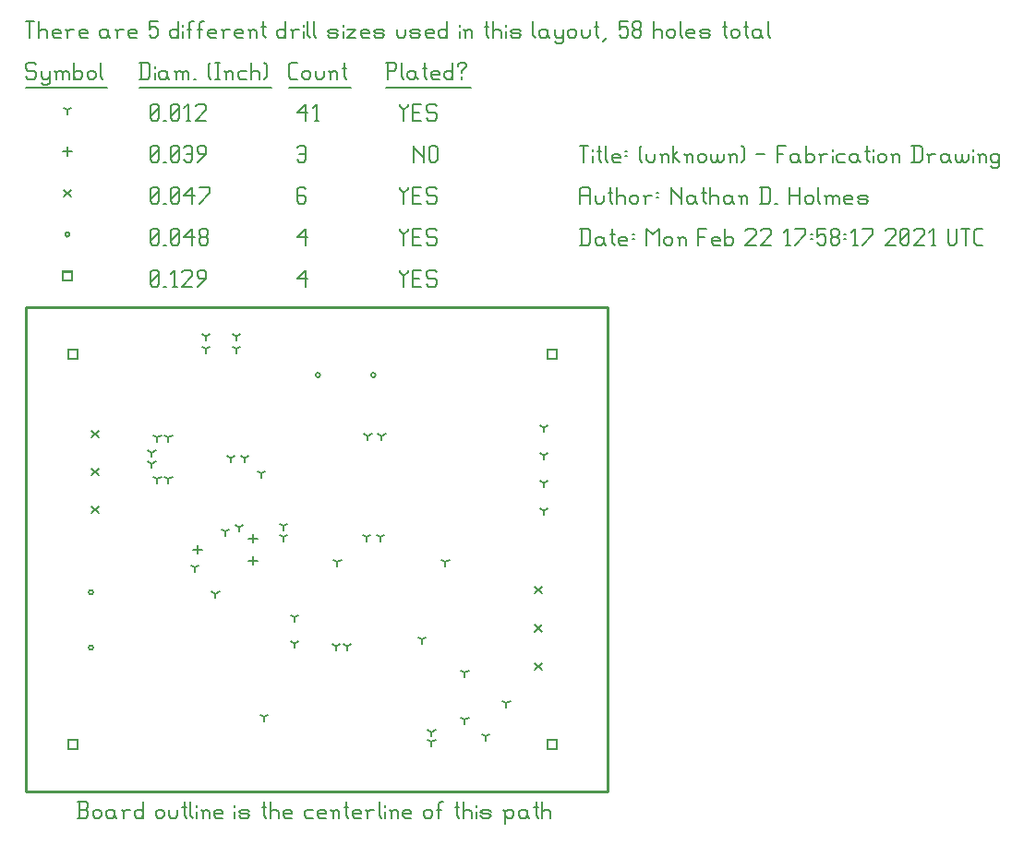
<source format=gbr>
G04 start of page 13 for group -3984 idx -3984 *
G04 Title: (unknown), fab *
G04 Creator: pcb 4.0.2 *
G04 CreationDate: Mon Feb 22 17:58:17 2021 UTC *
G04 For: ndholmes *
G04 Format: Gerber/RS-274X *
G04 PCB-Dimensions (mil): 2100.00 1750.00 *
G04 PCB-Coordinate-Origin: lower left *
%MOIN*%
%FSLAX25Y25*%
%LNFAB*%
%ADD57C,0.0100*%
%ADD56C,0.0060*%
%ADD55R,0.0080X0.0080*%
G54D55*X15400Y18600D02*X18600D01*
X15400D02*Y15400D01*
X18600D01*
Y18600D02*Y15400D01*
X188400Y159600D02*X191600D01*
X188400D02*Y156400D01*
X191600D01*
Y159600D02*Y156400D01*
X188400Y18600D02*X191600D01*
X188400D02*Y15400D01*
X191600D01*
Y18600D02*Y15400D01*
X15400Y159600D02*X18600D01*
X15400D02*Y156400D01*
X18600D01*
Y159600D02*Y156400D01*
X13400Y187850D02*X16600D01*
X13400D02*Y184650D01*
X16600D01*
Y187850D02*Y184650D01*
G54D56*X135000Y188500D02*Y187750D01*
X136500Y186250D01*
X138000Y187750D01*
Y188500D02*Y187750D01*
X136500Y186250D02*Y182500D01*
X139800Y185500D02*X142050D01*
X139800Y182500D02*X142800D01*
X139800Y188500D02*Y182500D01*
Y188500D02*X142800D01*
X147600D02*X148350Y187750D01*
X145350Y188500D02*X147600D01*
X144600Y187750D02*X145350Y188500D01*
X144600Y187750D02*Y186250D01*
X145350Y185500D01*
X147600D01*
X148350Y184750D01*
Y183250D01*
X147600Y182500D02*X148350Y183250D01*
X145350Y182500D02*X147600D01*
X144600Y183250D02*X145350Y182500D01*
X98000Y185500D02*X101000Y188500D01*
X98000Y185500D02*X101750D01*
X101000Y188500D02*Y182500D01*
X45000Y183250D02*X45750Y182500D01*
X45000Y187750D02*Y183250D01*
Y187750D02*X45750Y188500D01*
X47250D01*
X48000Y187750D01*
Y183250D01*
X47250Y182500D02*X48000Y183250D01*
X45750Y182500D02*X47250D01*
X45000Y184000D02*X48000Y187000D01*
X49800Y182500D02*X50550D01*
X53100D02*X54600D01*
X53850Y188500D02*Y182500D01*
X52350Y187000D02*X53850Y188500D01*
X56400Y187750D02*X57150Y188500D01*
X59400D01*
X60150Y187750D01*
Y186250D01*
X56400Y182500D02*X60150Y186250D01*
X56400Y182500D02*X60150D01*
X61950D02*X64950Y185500D01*
Y187750D02*Y185500D01*
X64200Y188500D02*X64950Y187750D01*
X62700Y188500D02*X64200D01*
X61950Y187750D02*X62700Y188500D01*
X61950Y187750D02*Y186250D01*
X62700Y185500D01*
X64950D01*
X124700Y150500D02*G75*G03X126300Y150500I800J0D01*G01*
G75*G03X124700Y150500I-800J0D01*G01*
X104700D02*G75*G03X106300Y150500I800J0D01*G01*
G75*G03X104700Y150500I-800J0D01*G01*
X22700Y72052D02*G75*G03X24300Y72052I800J0D01*G01*
G75*G03X22700Y72052I-800J0D01*G01*
Y52052D02*G75*G03X24300Y52052I800J0D01*G01*
G75*G03X22700Y52052I-800J0D01*G01*
X14200Y201250D02*G75*G03X15800Y201250I800J0D01*G01*
G75*G03X14200Y201250I-800J0D01*G01*
X135000Y203500D02*Y202750D01*
X136500Y201250D01*
X138000Y202750D01*
Y203500D02*Y202750D01*
X136500Y201250D02*Y197500D01*
X139800Y200500D02*X142050D01*
X139800Y197500D02*X142800D01*
X139800Y203500D02*Y197500D01*
Y203500D02*X142800D01*
X147600D02*X148350Y202750D01*
X145350Y203500D02*X147600D01*
X144600Y202750D02*X145350Y203500D01*
X144600Y202750D02*Y201250D01*
X145350Y200500D01*
X147600D01*
X148350Y199750D01*
Y198250D01*
X147600Y197500D02*X148350Y198250D01*
X145350Y197500D02*X147600D01*
X144600Y198250D02*X145350Y197500D01*
X98000Y200500D02*X101000Y203500D01*
X98000Y200500D02*X101750D01*
X101000Y203500D02*Y197500D01*
X45000Y198250D02*X45750Y197500D01*
X45000Y202750D02*Y198250D01*
Y202750D02*X45750Y203500D01*
X47250D01*
X48000Y202750D01*
Y198250D01*
X47250Y197500D02*X48000Y198250D01*
X45750Y197500D02*X47250D01*
X45000Y199000D02*X48000Y202000D01*
X49800Y197500D02*X50550D01*
X52350Y198250D02*X53100Y197500D01*
X52350Y202750D02*Y198250D01*
Y202750D02*X53100Y203500D01*
X54600D01*
X55350Y202750D01*
Y198250D01*
X54600Y197500D02*X55350Y198250D01*
X53100Y197500D02*X54600D01*
X52350Y199000D02*X55350Y202000D01*
X57150Y200500D02*X60150Y203500D01*
X57150Y200500D02*X60900D01*
X60150Y203500D02*Y197500D01*
X62700Y198250D02*X63450Y197500D01*
X62700Y199750D02*Y198250D01*
Y199750D02*X63450Y200500D01*
X64950D01*
X65700Y199750D01*
Y198250D01*
X64950Y197500D02*X65700Y198250D01*
X63450Y197500D02*X64950D01*
X62700Y201250D02*X63450Y200500D01*
X62700Y202750D02*Y201250D01*
Y202750D02*X63450Y203500D01*
X64950D01*
X65700Y202750D01*
Y201250D01*
X64950Y200500D02*X65700Y201250D01*
X23800Y130480D02*X26200Y128080D01*
X23800D02*X26200Y130480D01*
X23800Y116700D02*X26200Y114300D01*
X23800D02*X26200Y116700D01*
X23800Y102921D02*X26200Y100521D01*
X23800D02*X26200Y102921D01*
X183800Y73980D02*X186200Y71580D01*
X183800D02*X186200Y73980D01*
X183800Y60200D02*X186200Y57800D01*
X183800D02*X186200Y60200D01*
X183800Y46421D02*X186200Y44021D01*
X183800D02*X186200Y46421D01*
X13800Y217450D02*X16200Y215050D01*
X13800D02*X16200Y217450D01*
X135000Y218500D02*Y217750D01*
X136500Y216250D01*
X138000Y217750D01*
Y218500D02*Y217750D01*
X136500Y216250D02*Y212500D01*
X139800Y215500D02*X142050D01*
X139800Y212500D02*X142800D01*
X139800Y218500D02*Y212500D01*
Y218500D02*X142800D01*
X147600D02*X148350Y217750D01*
X145350Y218500D02*X147600D01*
X144600Y217750D02*X145350Y218500D01*
X144600Y217750D02*Y216250D01*
X145350Y215500D01*
X147600D01*
X148350Y214750D01*
Y213250D01*
X147600Y212500D02*X148350Y213250D01*
X145350Y212500D02*X147600D01*
X144600Y213250D02*X145350Y212500D01*
X100250Y218500D02*X101000Y217750D01*
X98750Y218500D02*X100250D01*
X98000Y217750D02*X98750Y218500D01*
X98000Y217750D02*Y213250D01*
X98750Y212500D01*
X100250Y215500D02*X101000Y214750D01*
X98000Y215500D02*X100250D01*
X98750Y212500D02*X100250D01*
X101000Y213250D01*
Y214750D02*Y213250D01*
X45000D02*X45750Y212500D01*
X45000Y217750D02*Y213250D01*
Y217750D02*X45750Y218500D01*
X47250D01*
X48000Y217750D01*
Y213250D01*
X47250Y212500D02*X48000Y213250D01*
X45750Y212500D02*X47250D01*
X45000Y214000D02*X48000Y217000D01*
X49800Y212500D02*X50550D01*
X52350Y213250D02*X53100Y212500D01*
X52350Y217750D02*Y213250D01*
Y217750D02*X53100Y218500D01*
X54600D01*
X55350Y217750D01*
Y213250D01*
X54600Y212500D02*X55350Y213250D01*
X53100Y212500D02*X54600D01*
X52350Y214000D02*X55350Y217000D01*
X57150Y215500D02*X60150Y218500D01*
X57150Y215500D02*X60900D01*
X60150Y218500D02*Y212500D01*
X62700D02*X66450Y216250D01*
Y218500D02*Y216250D01*
X62700Y218500D02*X66450D01*
X62000Y89100D02*Y85900D01*
X60400Y87500D02*X63600D01*
X82000Y93100D02*Y89900D01*
X80400Y91500D02*X83600D01*
X82000Y85100D02*Y81900D01*
X80400Y83500D02*X83600D01*
X15000Y232850D02*Y229650D01*
X13400Y231250D02*X16600D01*
X140000Y233500D02*Y227500D01*
Y233500D02*Y232750D01*
X143750Y229000D01*
Y233500D02*Y227500D01*
X145550Y232750D02*Y228250D01*
Y232750D02*X146300Y233500D01*
X147800D01*
X148550Y232750D01*
Y228250D01*
X147800Y227500D02*X148550Y228250D01*
X146300Y227500D02*X147800D01*
X145550Y228250D02*X146300Y227500D01*
X98000Y232750D02*X98750Y233500D01*
X100250D01*
X101000Y232750D01*
Y228250D01*
X100250Y227500D02*X101000Y228250D01*
X98750Y227500D02*X100250D01*
X98000Y228250D02*X98750Y227500D01*
Y230500D02*X101000D01*
X45000Y228250D02*X45750Y227500D01*
X45000Y232750D02*Y228250D01*
Y232750D02*X45750Y233500D01*
X47250D01*
X48000Y232750D01*
Y228250D01*
X47250Y227500D02*X48000Y228250D01*
X45750Y227500D02*X47250D01*
X45000Y229000D02*X48000Y232000D01*
X49800Y227500D02*X50550D01*
X52350Y228250D02*X53100Y227500D01*
X52350Y232750D02*Y228250D01*
Y232750D02*X53100Y233500D01*
X54600D01*
X55350Y232750D01*
Y228250D01*
X54600Y227500D02*X55350Y228250D01*
X53100Y227500D02*X54600D01*
X52350Y229000D02*X55350Y232000D01*
X57150Y232750D02*X57900Y233500D01*
X59400D01*
X60150Y232750D01*
Y228250D01*
X59400Y227500D02*X60150Y228250D01*
X57900Y227500D02*X59400D01*
X57150Y228250D02*X57900Y227500D01*
Y230500D02*X60150D01*
X61950Y227500D02*X64950Y230500D01*
Y232750D02*Y230500D01*
X64200Y233500D02*X64950Y232750D01*
X62700Y233500D02*X64200D01*
X61950Y232750D02*X62700Y233500D01*
X61950Y232750D02*Y231250D01*
X62700Y230500D01*
X64950D01*
X123500Y128500D02*Y126900D01*
Y128500D02*X124887Y129300D01*
X123500Y128500D02*X122113Y129300D01*
X128500Y128500D02*Y126900D01*
Y128500D02*X129887Y129300D01*
X128500Y128500D02*X127113Y129300D01*
X79000Y120500D02*Y118900D01*
Y120500D02*X80387Y121300D01*
X79000Y120500D02*X77613Y121300D01*
X74000Y120500D02*Y118900D01*
Y120500D02*X75387Y121300D01*
X74000Y120500D02*X72613Y121300D01*
X85000Y115000D02*Y113400D01*
Y115000D02*X86387Y115800D01*
X85000Y115000D02*X83613Y115800D01*
X51500Y113000D02*Y111400D01*
Y113000D02*X52887Y113800D01*
X51500Y113000D02*X50113Y113800D01*
X47500Y113000D02*Y111400D01*
Y113000D02*X48887Y113800D01*
X47500Y113000D02*X46113Y113800D01*
X45500Y118500D02*Y116900D01*
Y118500D02*X46887Y119300D01*
X45500Y118500D02*X44113Y119300D01*
X45500Y122500D02*Y120900D01*
Y122500D02*X46887Y123300D01*
X45500Y122500D02*X44113Y123300D01*
X51500Y128000D02*Y126400D01*
Y128000D02*X52887Y128800D01*
X51500Y128000D02*X50113Y128800D01*
X47500Y128000D02*Y126400D01*
Y128000D02*X48887Y128800D01*
X47500Y128000D02*X46113Y128800D01*
X76000Y164500D02*Y162900D01*
Y164500D02*X77387Y165300D01*
X76000Y164500D02*X74613Y165300D01*
X76000Y160000D02*Y158400D01*
Y160000D02*X77387Y160800D01*
X76000Y160000D02*X74613Y160800D01*
X65000Y164500D02*Y162900D01*
Y164500D02*X66387Y165300D01*
X65000Y164500D02*X63613Y165300D01*
X65000Y160000D02*Y158400D01*
Y160000D02*X66387Y160800D01*
X65000Y160000D02*X63613Y160800D01*
X123000Y92000D02*Y90400D01*
Y92000D02*X124387Y92800D01*
X123000Y92000D02*X121613Y92800D01*
X128000Y92000D02*Y90400D01*
Y92000D02*X129387Y92800D01*
X128000Y92000D02*X126613Y92800D01*
X77000Y95500D02*Y93900D01*
Y95500D02*X78387Y96300D01*
X77000Y95500D02*X75613Y96300D01*
X72000Y94000D02*Y92400D01*
Y94000D02*X73387Y94800D01*
X72000Y94000D02*X70613Y94800D01*
X61000Y81000D02*Y79400D01*
Y81000D02*X62387Y81800D01*
X61000Y81000D02*X59613Y81800D01*
X68500Y71500D02*Y69900D01*
Y71500D02*X69887Y72300D01*
X68500Y71500D02*X67113Y72300D01*
X187000Y131500D02*Y129900D01*
Y131500D02*X188387Y132300D01*
X187000Y131500D02*X185613Y132300D01*
X187000Y101500D02*Y99900D01*
Y101500D02*X188387Y102300D01*
X187000Y101500D02*X185613Y102300D01*
X187000Y121500D02*Y119900D01*
Y121500D02*X188387Y122300D01*
X187000Y121500D02*X185613Y122300D01*
X187000Y111500D02*Y109900D01*
Y111500D02*X188387Y112300D01*
X187000Y111500D02*X185613Y112300D01*
X112500Y83000D02*Y81400D01*
Y83000D02*X113887Y83800D01*
X112500Y83000D02*X111113Y83800D01*
X151500Y83000D02*Y81400D01*
Y83000D02*X152887Y83800D01*
X151500Y83000D02*X150113Y83800D01*
X97000Y63000D02*Y61400D01*
Y63000D02*X98387Y63800D01*
X97000Y63000D02*X95613Y63800D01*
X97000Y53500D02*Y51900D01*
Y53500D02*X98387Y54300D01*
X97000Y53500D02*X95613Y54300D01*
X86000Y27000D02*Y25400D01*
Y27000D02*X87387Y27800D01*
X86000Y27000D02*X84613Y27800D01*
X158500Y26000D02*Y24400D01*
Y26000D02*X159887Y26800D01*
X158500Y26000D02*X157113Y26800D01*
X146500Y21500D02*Y19900D01*
Y21500D02*X147887Y22300D01*
X146500Y21500D02*X145113Y22300D01*
X146500Y18000D02*Y16400D01*
Y18000D02*X147887Y18800D01*
X146500Y18000D02*X145113Y18800D01*
X112000Y52500D02*Y50900D01*
Y52500D02*X113387Y53300D01*
X112000Y52500D02*X110613Y53300D01*
X116000Y52500D02*Y50900D01*
Y52500D02*X117387Y53300D01*
X116000Y52500D02*X114613Y53300D01*
X93000Y96000D02*Y94400D01*
Y96000D02*X94387Y96800D01*
X93000Y96000D02*X91613Y96800D01*
X93000Y92000D02*Y90400D01*
Y92000D02*X94387Y92800D01*
X93000Y92000D02*X91613Y92800D01*
X143000Y55000D02*Y53400D01*
Y55000D02*X144387Y55800D01*
X143000Y55000D02*X141613Y55800D01*
X173500Y32000D02*Y30400D01*
Y32000D02*X174887Y32800D01*
X173500Y32000D02*X172113Y32800D01*
X166000Y20000D02*Y18400D01*
Y20000D02*X167387Y20800D01*
X166000Y20000D02*X164613Y20800D01*
X158500Y43000D02*Y41400D01*
Y43000D02*X159887Y43800D01*
X158500Y43000D02*X157113Y43800D01*
X15000Y246250D02*Y244650D01*
Y246250D02*X16387Y247050D01*
X15000Y246250D02*X13613Y247050D01*
X135000Y248500D02*Y247750D01*
X136500Y246250D01*
X138000Y247750D01*
Y248500D02*Y247750D01*
X136500Y246250D02*Y242500D01*
X139800Y245500D02*X142050D01*
X139800Y242500D02*X142800D01*
X139800Y248500D02*Y242500D01*
Y248500D02*X142800D01*
X147600D02*X148350Y247750D01*
X145350Y248500D02*X147600D01*
X144600Y247750D02*X145350Y248500D01*
X144600Y247750D02*Y246250D01*
X145350Y245500D01*
X147600D01*
X148350Y244750D01*
Y243250D01*
X147600Y242500D02*X148350Y243250D01*
X145350Y242500D02*X147600D01*
X144600Y243250D02*X145350Y242500D01*
X98000Y245500D02*X101000Y248500D01*
X98000Y245500D02*X101750D01*
X101000Y248500D02*Y242500D01*
X104300D02*X105800D01*
X105050Y248500D02*Y242500D01*
X103550Y247000D02*X105050Y248500D01*
X45000Y243250D02*X45750Y242500D01*
X45000Y247750D02*Y243250D01*
Y247750D02*X45750Y248500D01*
X47250D01*
X48000Y247750D01*
Y243250D01*
X47250Y242500D02*X48000Y243250D01*
X45750Y242500D02*X47250D01*
X45000Y244000D02*X48000Y247000D01*
X49800Y242500D02*X50550D01*
X52350Y243250D02*X53100Y242500D01*
X52350Y247750D02*Y243250D01*
Y247750D02*X53100Y248500D01*
X54600D01*
X55350Y247750D01*
Y243250D01*
X54600Y242500D02*X55350Y243250D01*
X53100Y242500D02*X54600D01*
X52350Y244000D02*X55350Y247000D01*
X57900Y242500D02*X59400D01*
X58650Y248500D02*Y242500D01*
X57150Y247000D02*X58650Y248500D01*
X61200Y247750D02*X61950Y248500D01*
X64200D01*
X64950Y247750D01*
Y246250D01*
X61200Y242500D02*X64950Y246250D01*
X61200Y242500D02*X64950D01*
X3000Y263500D02*X3750Y262750D01*
X750Y263500D02*X3000D01*
X0Y262750D02*X750Y263500D01*
X0Y262750D02*Y261250D01*
X750Y260500D01*
X3000D01*
X3750Y259750D01*
Y258250D01*
X3000Y257500D02*X3750Y258250D01*
X750Y257500D02*X3000D01*
X0Y258250D02*X750Y257500D01*
X5550Y260500D02*Y258250D01*
X6300Y257500D01*
X8550Y260500D02*Y256000D01*
X7800Y255250D02*X8550Y256000D01*
X6300Y255250D02*X7800D01*
X5550Y256000D02*X6300Y255250D01*
Y257500D02*X7800D01*
X8550Y258250D01*
X11100Y259750D02*Y257500D01*
Y259750D02*X11850Y260500D01*
X12600D01*
X13350Y259750D01*
Y257500D01*
Y259750D02*X14100Y260500D01*
X14850D01*
X15600Y259750D01*
Y257500D01*
X10350Y260500D02*X11100Y259750D01*
X17400Y263500D02*Y257500D01*
Y258250D02*X18150Y257500D01*
X19650D01*
X20400Y258250D01*
Y259750D02*Y258250D01*
X19650Y260500D02*X20400Y259750D01*
X18150Y260500D02*X19650D01*
X17400Y259750D02*X18150Y260500D01*
X22200Y259750D02*Y258250D01*
Y259750D02*X22950Y260500D01*
X24450D01*
X25200Y259750D01*
Y258250D01*
X24450Y257500D02*X25200Y258250D01*
X22950Y257500D02*X24450D01*
X22200Y258250D02*X22950Y257500D01*
X27000Y263500D02*Y258250D01*
X27750Y257500D01*
X0Y254250D02*X29250D01*
X41750Y263500D02*Y257500D01*
X44000Y263500D02*X44750Y262750D01*
Y258250D01*
X44000Y257500D02*X44750Y258250D01*
X41000Y257500D02*X44000D01*
X41000Y263500D02*X44000D01*
X46550Y262000D02*Y261250D01*
Y259750D02*Y257500D01*
X50300Y260500D02*X51050Y259750D01*
X48800Y260500D02*X50300D01*
X48050Y259750D02*X48800Y260500D01*
X48050Y259750D02*Y258250D01*
X48800Y257500D01*
X51050Y260500D02*Y258250D01*
X51800Y257500D01*
X48800D02*X50300D01*
X51050Y258250D01*
X54350Y259750D02*Y257500D01*
Y259750D02*X55100Y260500D01*
X55850D01*
X56600Y259750D01*
Y257500D01*
Y259750D02*X57350Y260500D01*
X58100D01*
X58850Y259750D01*
Y257500D01*
X53600Y260500D02*X54350Y259750D01*
X60650Y257500D02*X61400D01*
X65900Y258250D02*X66650Y257500D01*
X65900Y262750D02*X66650Y263500D01*
X65900Y262750D02*Y258250D01*
X68450Y263500D02*X69950D01*
X69200D02*Y257500D01*
X68450D02*X69950D01*
X72500Y259750D02*Y257500D01*
Y259750D02*X73250Y260500D01*
X74000D01*
X74750Y259750D01*
Y257500D01*
X71750Y260500D02*X72500Y259750D01*
X77300Y260500D02*X79550D01*
X76550Y259750D02*X77300Y260500D01*
X76550Y259750D02*Y258250D01*
X77300Y257500D01*
X79550D01*
X81350Y263500D02*Y257500D01*
Y259750D02*X82100Y260500D01*
X83600D01*
X84350Y259750D01*
Y257500D01*
X86150Y263500D02*X86900Y262750D01*
Y258250D01*
X86150Y257500D02*X86900Y258250D01*
X41000Y254250D02*X88700D01*
X95750Y257500D02*X98000D01*
X95000Y258250D02*X95750Y257500D01*
X95000Y262750D02*Y258250D01*
Y262750D02*X95750Y263500D01*
X98000D01*
X99800Y259750D02*Y258250D01*
Y259750D02*X100550Y260500D01*
X102050D01*
X102800Y259750D01*
Y258250D01*
X102050Y257500D02*X102800Y258250D01*
X100550Y257500D02*X102050D01*
X99800Y258250D02*X100550Y257500D01*
X104600Y260500D02*Y258250D01*
X105350Y257500D01*
X106850D01*
X107600Y258250D01*
Y260500D02*Y258250D01*
X110150Y259750D02*Y257500D01*
Y259750D02*X110900Y260500D01*
X111650D01*
X112400Y259750D01*
Y257500D01*
X109400Y260500D02*X110150Y259750D01*
X114950Y263500D02*Y258250D01*
X115700Y257500D01*
X114200Y261250D02*X115700D01*
X95000Y254250D02*X117200D01*
X130750Y263500D02*Y257500D01*
X130000Y263500D02*X133000D01*
X133750Y262750D01*
Y261250D01*
X133000Y260500D02*X133750Y261250D01*
X130750Y260500D02*X133000D01*
X135550Y263500D02*Y258250D01*
X136300Y257500D01*
X140050Y260500D02*X140800Y259750D01*
X138550Y260500D02*X140050D01*
X137800Y259750D02*X138550Y260500D01*
X137800Y259750D02*Y258250D01*
X138550Y257500D01*
X140800Y260500D02*Y258250D01*
X141550Y257500D01*
X138550D02*X140050D01*
X140800Y258250D01*
X144100Y263500D02*Y258250D01*
X144850Y257500D01*
X143350Y261250D02*X144850D01*
X147100Y257500D02*X149350D01*
X146350Y258250D02*X147100Y257500D01*
X146350Y259750D02*Y258250D01*
Y259750D02*X147100Y260500D01*
X148600D01*
X149350Y259750D01*
X146350Y259000D02*X149350D01*
Y259750D02*Y259000D01*
X154150Y263500D02*Y257500D01*
X153400D02*X154150Y258250D01*
X151900Y257500D02*X153400D01*
X151150Y258250D02*X151900Y257500D01*
X151150Y259750D02*Y258250D01*
Y259750D02*X151900Y260500D01*
X153400D01*
X154150Y259750D01*
X157450Y260500D02*Y259750D01*
Y258250D02*Y257500D01*
X155950Y262750D02*Y262000D01*
Y262750D02*X156700Y263500D01*
X158200D01*
X158950Y262750D01*
Y262000D01*
X157450Y260500D02*X158950Y262000D01*
X130000Y254250D02*X160750D01*
X0Y278500D02*X3000D01*
X1500D02*Y272500D01*
X4800Y278500D02*Y272500D01*
Y274750D02*X5550Y275500D01*
X7050D01*
X7800Y274750D01*
Y272500D01*
X10350D02*X12600D01*
X9600Y273250D02*X10350Y272500D01*
X9600Y274750D02*Y273250D01*
Y274750D02*X10350Y275500D01*
X11850D01*
X12600Y274750D01*
X9600Y274000D02*X12600D01*
Y274750D02*Y274000D01*
X15150Y274750D02*Y272500D01*
Y274750D02*X15900Y275500D01*
X17400D01*
X14400D02*X15150Y274750D01*
X19950Y272500D02*X22200D01*
X19200Y273250D02*X19950Y272500D01*
X19200Y274750D02*Y273250D01*
Y274750D02*X19950Y275500D01*
X21450D01*
X22200Y274750D01*
X19200Y274000D02*X22200D01*
Y274750D02*Y274000D01*
X28950Y275500D02*X29700Y274750D01*
X27450Y275500D02*X28950D01*
X26700Y274750D02*X27450Y275500D01*
X26700Y274750D02*Y273250D01*
X27450Y272500D01*
X29700Y275500D02*Y273250D01*
X30450Y272500D01*
X27450D02*X28950D01*
X29700Y273250D01*
X33000Y274750D02*Y272500D01*
Y274750D02*X33750Y275500D01*
X35250D01*
X32250D02*X33000Y274750D01*
X37800Y272500D02*X40050D01*
X37050Y273250D02*X37800Y272500D01*
X37050Y274750D02*Y273250D01*
Y274750D02*X37800Y275500D01*
X39300D01*
X40050Y274750D01*
X37050Y274000D02*X40050D01*
Y274750D02*Y274000D01*
X44550Y278500D02*X47550D01*
X44550D02*Y275500D01*
X45300Y276250D01*
X46800D01*
X47550Y275500D01*
Y273250D01*
X46800Y272500D02*X47550Y273250D01*
X45300Y272500D02*X46800D01*
X44550Y273250D02*X45300Y272500D01*
X55050Y278500D02*Y272500D01*
X54300D02*X55050Y273250D01*
X52800Y272500D02*X54300D01*
X52050Y273250D02*X52800Y272500D01*
X52050Y274750D02*Y273250D01*
Y274750D02*X52800Y275500D01*
X54300D01*
X55050Y274750D01*
X56850Y277000D02*Y276250D01*
Y274750D02*Y272500D01*
X59100Y277750D02*Y272500D01*
Y277750D02*X59850Y278500D01*
X60600D01*
X58350Y275500D02*X59850D01*
X62850Y277750D02*Y272500D01*
Y277750D02*X63600Y278500D01*
X64350D01*
X62100Y275500D02*X63600D01*
X66600Y272500D02*X68850D01*
X65850Y273250D02*X66600Y272500D01*
X65850Y274750D02*Y273250D01*
Y274750D02*X66600Y275500D01*
X68100D01*
X68850Y274750D01*
X65850Y274000D02*X68850D01*
Y274750D02*Y274000D01*
X71400Y274750D02*Y272500D01*
Y274750D02*X72150Y275500D01*
X73650D01*
X70650D02*X71400Y274750D01*
X76200Y272500D02*X78450D01*
X75450Y273250D02*X76200Y272500D01*
X75450Y274750D02*Y273250D01*
Y274750D02*X76200Y275500D01*
X77700D01*
X78450Y274750D01*
X75450Y274000D02*X78450D01*
Y274750D02*Y274000D01*
X81000Y274750D02*Y272500D01*
Y274750D02*X81750Y275500D01*
X82500D01*
X83250Y274750D01*
Y272500D01*
X80250Y275500D02*X81000Y274750D01*
X85800Y278500D02*Y273250D01*
X86550Y272500D01*
X85050Y276250D02*X86550D01*
X93750Y278500D02*Y272500D01*
X93000D02*X93750Y273250D01*
X91500Y272500D02*X93000D01*
X90750Y273250D02*X91500Y272500D01*
X90750Y274750D02*Y273250D01*
Y274750D02*X91500Y275500D01*
X93000D01*
X93750Y274750D01*
X96300D02*Y272500D01*
Y274750D02*X97050Y275500D01*
X98550D01*
X95550D02*X96300Y274750D01*
X100350Y277000D02*Y276250D01*
Y274750D02*Y272500D01*
X101850Y278500D02*Y273250D01*
X102600Y272500D01*
X104100Y278500D02*Y273250D01*
X104850Y272500D01*
X109800D02*X112050D01*
X112800Y273250D01*
X112050Y274000D02*X112800Y273250D01*
X109800Y274000D02*X112050D01*
X109050Y274750D02*X109800Y274000D01*
X109050Y274750D02*X109800Y275500D01*
X112050D01*
X112800Y274750D01*
X109050Y273250D02*X109800Y272500D01*
X114600Y277000D02*Y276250D01*
Y274750D02*Y272500D01*
X116100Y275500D02*X119100D01*
X116100Y272500D02*X119100Y275500D01*
X116100Y272500D02*X119100D01*
X121650D02*X123900D01*
X120900Y273250D02*X121650Y272500D01*
X120900Y274750D02*Y273250D01*
Y274750D02*X121650Y275500D01*
X123150D01*
X123900Y274750D01*
X120900Y274000D02*X123900D01*
Y274750D02*Y274000D01*
X126450Y272500D02*X128700D01*
X129450Y273250D01*
X128700Y274000D02*X129450Y273250D01*
X126450Y274000D02*X128700D01*
X125700Y274750D02*X126450Y274000D01*
X125700Y274750D02*X126450Y275500D01*
X128700D01*
X129450Y274750D01*
X125700Y273250D02*X126450Y272500D01*
X133950Y275500D02*Y273250D01*
X134700Y272500D01*
X136200D01*
X136950Y273250D01*
Y275500D02*Y273250D01*
X139500Y272500D02*X141750D01*
X142500Y273250D01*
X141750Y274000D02*X142500Y273250D01*
X139500Y274000D02*X141750D01*
X138750Y274750D02*X139500Y274000D01*
X138750Y274750D02*X139500Y275500D01*
X141750D01*
X142500Y274750D01*
X138750Y273250D02*X139500Y272500D01*
X145050D02*X147300D01*
X144300Y273250D02*X145050Y272500D01*
X144300Y274750D02*Y273250D01*
Y274750D02*X145050Y275500D01*
X146550D01*
X147300Y274750D01*
X144300Y274000D02*X147300D01*
Y274750D02*Y274000D01*
X152100Y278500D02*Y272500D01*
X151350D02*X152100Y273250D01*
X149850Y272500D02*X151350D01*
X149100Y273250D02*X149850Y272500D01*
X149100Y274750D02*Y273250D01*
Y274750D02*X149850Y275500D01*
X151350D01*
X152100Y274750D01*
X156600Y277000D02*Y276250D01*
Y274750D02*Y272500D01*
X158850Y274750D02*Y272500D01*
Y274750D02*X159600Y275500D01*
X160350D01*
X161100Y274750D01*
Y272500D01*
X158100Y275500D02*X158850Y274750D01*
X166350Y278500D02*Y273250D01*
X167100Y272500D01*
X165600Y276250D02*X167100D01*
X168600Y278500D02*Y272500D01*
Y274750D02*X169350Y275500D01*
X170850D01*
X171600Y274750D01*
Y272500D01*
X173400Y277000D02*Y276250D01*
Y274750D02*Y272500D01*
X175650D02*X177900D01*
X178650Y273250D01*
X177900Y274000D02*X178650Y273250D01*
X175650Y274000D02*X177900D01*
X174900Y274750D02*X175650Y274000D01*
X174900Y274750D02*X175650Y275500D01*
X177900D01*
X178650Y274750D01*
X174900Y273250D02*X175650Y272500D01*
X183150Y278500D02*Y273250D01*
X183900Y272500D01*
X187650Y275500D02*X188400Y274750D01*
X186150Y275500D02*X187650D01*
X185400Y274750D02*X186150Y275500D01*
X185400Y274750D02*Y273250D01*
X186150Y272500D01*
X188400Y275500D02*Y273250D01*
X189150Y272500D01*
X186150D02*X187650D01*
X188400Y273250D01*
X190950Y275500D02*Y273250D01*
X191700Y272500D01*
X193950Y275500D02*Y271000D01*
X193200Y270250D02*X193950Y271000D01*
X191700Y270250D02*X193200D01*
X190950Y271000D02*X191700Y270250D01*
Y272500D02*X193200D01*
X193950Y273250D01*
X195750Y274750D02*Y273250D01*
Y274750D02*X196500Y275500D01*
X198000D01*
X198750Y274750D01*
Y273250D01*
X198000Y272500D02*X198750Y273250D01*
X196500Y272500D02*X198000D01*
X195750Y273250D02*X196500Y272500D01*
X200550Y275500D02*Y273250D01*
X201300Y272500D01*
X202800D01*
X203550Y273250D01*
Y275500D02*Y273250D01*
X206100Y278500D02*Y273250D01*
X206850Y272500D01*
X205350Y276250D02*X206850D01*
X208350Y271000D02*X209850Y272500D01*
X214350Y278500D02*X217350D01*
X214350D02*Y275500D01*
X215100Y276250D01*
X216600D01*
X217350Y275500D01*
Y273250D01*
X216600Y272500D02*X217350Y273250D01*
X215100Y272500D02*X216600D01*
X214350Y273250D02*X215100Y272500D01*
X219150Y273250D02*X219900Y272500D01*
X219150Y274750D02*Y273250D01*
Y274750D02*X219900Y275500D01*
X221400D01*
X222150Y274750D01*
Y273250D01*
X221400Y272500D02*X222150Y273250D01*
X219900Y272500D02*X221400D01*
X219150Y276250D02*X219900Y275500D01*
X219150Y277750D02*Y276250D01*
Y277750D02*X219900Y278500D01*
X221400D01*
X222150Y277750D01*
Y276250D01*
X221400Y275500D02*X222150Y276250D01*
X226650Y278500D02*Y272500D01*
Y274750D02*X227400Y275500D01*
X228900D01*
X229650Y274750D01*
Y272500D01*
X231450Y274750D02*Y273250D01*
Y274750D02*X232200Y275500D01*
X233700D01*
X234450Y274750D01*
Y273250D01*
X233700Y272500D02*X234450Y273250D01*
X232200Y272500D02*X233700D01*
X231450Y273250D02*X232200Y272500D01*
X236250Y278500D02*Y273250D01*
X237000Y272500D01*
X239250D02*X241500D01*
X238500Y273250D02*X239250Y272500D01*
X238500Y274750D02*Y273250D01*
Y274750D02*X239250Y275500D01*
X240750D01*
X241500Y274750D01*
X238500Y274000D02*X241500D01*
Y274750D02*Y274000D01*
X244050Y272500D02*X246300D01*
X247050Y273250D01*
X246300Y274000D02*X247050Y273250D01*
X244050Y274000D02*X246300D01*
X243300Y274750D02*X244050Y274000D01*
X243300Y274750D02*X244050Y275500D01*
X246300D01*
X247050Y274750D01*
X243300Y273250D02*X244050Y272500D01*
X252300Y278500D02*Y273250D01*
X253050Y272500D01*
X251550Y276250D02*X253050D01*
X254550Y274750D02*Y273250D01*
Y274750D02*X255300Y275500D01*
X256800D01*
X257550Y274750D01*
Y273250D01*
X256800Y272500D02*X257550Y273250D01*
X255300Y272500D02*X256800D01*
X254550Y273250D02*X255300Y272500D01*
X260100Y278500D02*Y273250D01*
X260850Y272500D01*
X259350Y276250D02*X260850D01*
X264600Y275500D02*X265350Y274750D01*
X263100Y275500D02*X264600D01*
X262350Y274750D02*X263100Y275500D01*
X262350Y274750D02*Y273250D01*
X263100Y272500D01*
X265350Y275500D02*Y273250D01*
X266100Y272500D01*
X263100D02*X264600D01*
X265350Y273250D01*
X267900Y278500D02*Y273250D01*
X268650Y272500D01*
G54D57*X0Y175000D02*X210000D01*
Y0D01*
X0D01*
Y175000D01*
G54D56*X18675Y-9500D02*X21675D01*
X22425Y-8750D01*
Y-7250D02*Y-8750D01*
X21675Y-6500D02*X22425Y-7250D01*
X19425Y-6500D02*X21675D01*
X19425Y-3500D02*Y-9500D01*
X18675Y-3500D02*X21675D01*
X22425Y-4250D01*
Y-5750D01*
X21675Y-6500D02*X22425Y-5750D01*
X24225Y-7250D02*Y-8750D01*
Y-7250D02*X24975Y-6500D01*
X26475D01*
X27225Y-7250D01*
Y-8750D01*
X26475Y-9500D02*X27225Y-8750D01*
X24975Y-9500D02*X26475D01*
X24225Y-8750D02*X24975Y-9500D01*
X31275Y-6500D02*X32025Y-7250D01*
X29775Y-6500D02*X31275D01*
X29025Y-7250D02*X29775Y-6500D01*
X29025Y-7250D02*Y-8750D01*
X29775Y-9500D01*
X32025Y-6500D02*Y-8750D01*
X32775Y-9500D01*
X29775D02*X31275D01*
X32025Y-8750D01*
X35325Y-7250D02*Y-9500D01*
Y-7250D02*X36075Y-6500D01*
X37575D01*
X34575D02*X35325Y-7250D01*
X42375Y-3500D02*Y-9500D01*
X41625D02*X42375Y-8750D01*
X40125Y-9500D02*X41625D01*
X39375Y-8750D02*X40125Y-9500D01*
X39375Y-7250D02*Y-8750D01*
Y-7250D02*X40125Y-6500D01*
X41625D01*
X42375Y-7250D01*
X46875D02*Y-8750D01*
Y-7250D02*X47625Y-6500D01*
X49125D01*
X49875Y-7250D01*
Y-8750D01*
X49125Y-9500D02*X49875Y-8750D01*
X47625Y-9500D02*X49125D01*
X46875Y-8750D02*X47625Y-9500D01*
X51675Y-6500D02*Y-8750D01*
X52425Y-9500D01*
X53925D01*
X54675Y-8750D01*
Y-6500D02*Y-8750D01*
X57225Y-3500D02*Y-8750D01*
X57975Y-9500D01*
X56475Y-5750D02*X57975D01*
X59475Y-3500D02*Y-8750D01*
X60225Y-9500D01*
X61725Y-5000D02*Y-5750D01*
Y-7250D02*Y-9500D01*
X63975Y-7250D02*Y-9500D01*
Y-7250D02*X64725Y-6500D01*
X65475D01*
X66225Y-7250D01*
Y-9500D01*
X63225Y-6500D02*X63975Y-7250D01*
X68775Y-9500D02*X71025D01*
X68025Y-8750D02*X68775Y-9500D01*
X68025Y-7250D02*Y-8750D01*
Y-7250D02*X68775Y-6500D01*
X70275D01*
X71025Y-7250D01*
X68025Y-8000D02*X71025D01*
Y-7250D02*Y-8000D01*
X75525Y-5000D02*Y-5750D01*
Y-7250D02*Y-9500D01*
X77775D02*X80025D01*
X80775Y-8750D01*
X80025Y-8000D02*X80775Y-8750D01*
X77775Y-8000D02*X80025D01*
X77025Y-7250D02*X77775Y-8000D01*
X77025Y-7250D02*X77775Y-6500D01*
X80025D01*
X80775Y-7250D01*
X77025Y-8750D02*X77775Y-9500D01*
X86025Y-3500D02*Y-8750D01*
X86775Y-9500D01*
X85275Y-5750D02*X86775D01*
X88275Y-3500D02*Y-9500D01*
Y-7250D02*X89025Y-6500D01*
X90525D01*
X91275Y-7250D01*
Y-9500D01*
X93825D02*X96075D01*
X93075Y-8750D02*X93825Y-9500D01*
X93075Y-7250D02*Y-8750D01*
Y-7250D02*X93825Y-6500D01*
X95325D01*
X96075Y-7250D01*
X93075Y-8000D02*X96075D01*
Y-7250D02*Y-8000D01*
X101325Y-6500D02*X103575D01*
X100575Y-7250D02*X101325Y-6500D01*
X100575Y-7250D02*Y-8750D01*
X101325Y-9500D01*
X103575D01*
X106125D02*X108375D01*
X105375Y-8750D02*X106125Y-9500D01*
X105375Y-7250D02*Y-8750D01*
Y-7250D02*X106125Y-6500D01*
X107625D01*
X108375Y-7250D01*
X105375Y-8000D02*X108375D01*
Y-7250D02*Y-8000D01*
X110925Y-7250D02*Y-9500D01*
Y-7250D02*X111675Y-6500D01*
X112425D01*
X113175Y-7250D01*
Y-9500D01*
X110175Y-6500D02*X110925Y-7250D01*
X115725Y-3500D02*Y-8750D01*
X116475Y-9500D01*
X114975Y-5750D02*X116475D01*
X118725Y-9500D02*X120975D01*
X117975Y-8750D02*X118725Y-9500D01*
X117975Y-7250D02*Y-8750D01*
Y-7250D02*X118725Y-6500D01*
X120225D01*
X120975Y-7250D01*
X117975Y-8000D02*X120975D01*
Y-7250D02*Y-8000D01*
X123525Y-7250D02*Y-9500D01*
Y-7250D02*X124275Y-6500D01*
X125775D01*
X122775D02*X123525Y-7250D01*
X127575Y-3500D02*Y-8750D01*
X128325Y-9500D01*
X129825Y-5000D02*Y-5750D01*
Y-7250D02*Y-9500D01*
X132075Y-7250D02*Y-9500D01*
Y-7250D02*X132825Y-6500D01*
X133575D01*
X134325Y-7250D01*
Y-9500D01*
X131325Y-6500D02*X132075Y-7250D01*
X136875Y-9500D02*X139125D01*
X136125Y-8750D02*X136875Y-9500D01*
X136125Y-7250D02*Y-8750D01*
Y-7250D02*X136875Y-6500D01*
X138375D01*
X139125Y-7250D01*
X136125Y-8000D02*X139125D01*
Y-7250D02*Y-8000D01*
X143625Y-7250D02*Y-8750D01*
Y-7250D02*X144375Y-6500D01*
X145875D01*
X146625Y-7250D01*
Y-8750D01*
X145875Y-9500D02*X146625Y-8750D01*
X144375Y-9500D02*X145875D01*
X143625Y-8750D02*X144375Y-9500D01*
X149175Y-4250D02*Y-9500D01*
Y-4250D02*X149925Y-3500D01*
X150675D01*
X148425Y-6500D02*X149925D01*
X155625Y-3500D02*Y-8750D01*
X156375Y-9500D01*
X154875Y-5750D02*X156375D01*
X157875Y-3500D02*Y-9500D01*
Y-7250D02*X158625Y-6500D01*
X160125D01*
X160875Y-7250D01*
Y-9500D01*
X162675Y-5000D02*Y-5750D01*
Y-7250D02*Y-9500D01*
X164925D02*X167175D01*
X167925Y-8750D01*
X167175Y-8000D02*X167925Y-8750D01*
X164925Y-8000D02*X167175D01*
X164175Y-7250D02*X164925Y-8000D01*
X164175Y-7250D02*X164925Y-6500D01*
X167175D01*
X167925Y-7250D01*
X164175Y-8750D02*X164925Y-9500D01*
X173175Y-7250D02*Y-11750D01*
X172425Y-6500D02*X173175Y-7250D01*
X173925Y-6500D01*
X175425D01*
X176175Y-7250D01*
Y-8750D01*
X175425Y-9500D02*X176175Y-8750D01*
X173925Y-9500D02*X175425D01*
X173175Y-8750D02*X173925Y-9500D01*
X180225Y-6500D02*X180975Y-7250D01*
X178725Y-6500D02*X180225D01*
X177975Y-7250D02*X178725Y-6500D01*
X177975Y-7250D02*Y-8750D01*
X178725Y-9500D01*
X180975Y-6500D02*Y-8750D01*
X181725Y-9500D01*
X178725D02*X180225D01*
X180975Y-8750D01*
X184275Y-3500D02*Y-8750D01*
X185025Y-9500D01*
X183525Y-5750D02*X185025D01*
X186525Y-3500D02*Y-9500D01*
Y-7250D02*X187275Y-6500D01*
X188775D01*
X189525Y-7250D01*
Y-9500D01*
X200750Y203500D02*Y197500D01*
X203000Y203500D02*X203750Y202750D01*
Y198250D01*
X203000Y197500D02*X203750Y198250D01*
X200000Y197500D02*X203000D01*
X200000Y203500D02*X203000D01*
X207800Y200500D02*X208550Y199750D01*
X206300Y200500D02*X207800D01*
X205550Y199750D02*X206300Y200500D01*
X205550Y199750D02*Y198250D01*
X206300Y197500D01*
X208550Y200500D02*Y198250D01*
X209300Y197500D01*
X206300D02*X207800D01*
X208550Y198250D01*
X211850Y203500D02*Y198250D01*
X212600Y197500D01*
X211100Y201250D02*X212600D01*
X214850Y197500D02*X217100D01*
X214100Y198250D02*X214850Y197500D01*
X214100Y199750D02*Y198250D01*
Y199750D02*X214850Y200500D01*
X216350D01*
X217100Y199750D01*
X214100Y199000D02*X217100D01*
Y199750D02*Y199000D01*
X218900Y201250D02*X219650D01*
X218900Y199750D02*X219650D01*
X224150Y203500D02*Y197500D01*
Y203500D02*X226400Y201250D01*
X228650Y203500D01*
Y197500D01*
X230450Y199750D02*Y198250D01*
Y199750D02*X231200Y200500D01*
X232700D01*
X233450Y199750D01*
Y198250D01*
X232700Y197500D02*X233450Y198250D01*
X231200Y197500D02*X232700D01*
X230450Y198250D02*X231200Y197500D01*
X236000Y199750D02*Y197500D01*
Y199750D02*X236750Y200500D01*
X237500D01*
X238250Y199750D01*
Y197500D01*
X235250Y200500D02*X236000Y199750D01*
X242750Y203500D02*Y197500D01*
Y203500D02*X245750D01*
X242750Y200500D02*X245000D01*
X248300Y197500D02*X250550D01*
X247550Y198250D02*X248300Y197500D01*
X247550Y199750D02*Y198250D01*
Y199750D02*X248300Y200500D01*
X249800D01*
X250550Y199750D01*
X247550Y199000D02*X250550D01*
Y199750D02*Y199000D01*
X252350Y203500D02*Y197500D01*
Y198250D02*X253100Y197500D01*
X254600D01*
X255350Y198250D01*
Y199750D02*Y198250D01*
X254600Y200500D02*X255350Y199750D01*
X253100Y200500D02*X254600D01*
X252350Y199750D02*X253100Y200500D01*
X259850Y202750D02*X260600Y203500D01*
X262850D01*
X263600Y202750D01*
Y201250D01*
X259850Y197500D02*X263600Y201250D01*
X259850Y197500D02*X263600D01*
X265400Y202750D02*X266150Y203500D01*
X268400D01*
X269150Y202750D01*
Y201250D01*
X265400Y197500D02*X269150Y201250D01*
X265400Y197500D02*X269150D01*
X274400D02*X275900D01*
X275150Y203500D02*Y197500D01*
X273650Y202000D02*X275150Y203500D01*
X277700Y197500D02*X281450Y201250D01*
Y203500D02*Y201250D01*
X277700Y203500D02*X281450D01*
X283250Y201250D02*X284000D01*
X283250Y199750D02*X284000D01*
X285800Y203500D02*X288800D01*
X285800D02*Y200500D01*
X286550Y201250D01*
X288050D01*
X288800Y200500D01*
Y198250D01*
X288050Y197500D02*X288800Y198250D01*
X286550Y197500D02*X288050D01*
X285800Y198250D02*X286550Y197500D01*
X290600Y198250D02*X291350Y197500D01*
X290600Y199750D02*Y198250D01*
Y199750D02*X291350Y200500D01*
X292850D01*
X293600Y199750D01*
Y198250D01*
X292850Y197500D02*X293600Y198250D01*
X291350Y197500D02*X292850D01*
X290600Y201250D02*X291350Y200500D01*
X290600Y202750D02*Y201250D01*
Y202750D02*X291350Y203500D01*
X292850D01*
X293600Y202750D01*
Y201250D01*
X292850Y200500D02*X293600Y201250D01*
X295400D02*X296150D01*
X295400Y199750D02*X296150D01*
X298700Y197500D02*X300200D01*
X299450Y203500D02*Y197500D01*
X297950Y202000D02*X299450Y203500D01*
X302000Y197500D02*X305750Y201250D01*
Y203500D02*Y201250D01*
X302000Y203500D02*X305750D01*
X310250Y202750D02*X311000Y203500D01*
X313250D01*
X314000Y202750D01*
Y201250D01*
X310250Y197500D02*X314000Y201250D01*
X310250Y197500D02*X314000D01*
X315800Y198250D02*X316550Y197500D01*
X315800Y202750D02*Y198250D01*
Y202750D02*X316550Y203500D01*
X318050D01*
X318800Y202750D01*
Y198250D01*
X318050Y197500D02*X318800Y198250D01*
X316550Y197500D02*X318050D01*
X315800Y199000D02*X318800Y202000D01*
X320600Y202750D02*X321350Y203500D01*
X323600D01*
X324350Y202750D01*
Y201250D01*
X320600Y197500D02*X324350Y201250D01*
X320600Y197500D02*X324350D01*
X326900D02*X328400D01*
X327650Y203500D02*Y197500D01*
X326150Y202000D02*X327650Y203500D01*
X332900D02*Y198250D01*
X333650Y197500D01*
X335150D01*
X335900Y198250D01*
Y203500D02*Y198250D01*
X337700Y203500D02*X340700D01*
X339200D02*Y197500D01*
X343250D02*X345500D01*
X342500Y198250D02*X343250Y197500D01*
X342500Y202750D02*Y198250D01*
Y202750D02*X343250Y203500D01*
X345500D01*
X200000Y217750D02*Y212500D01*
Y217750D02*X200750Y218500D01*
X203000D01*
X203750Y217750D01*
Y212500D01*
X200000Y215500D02*X203750D01*
X205550D02*Y213250D01*
X206300Y212500D01*
X207800D01*
X208550Y213250D01*
Y215500D02*Y213250D01*
X211100Y218500D02*Y213250D01*
X211850Y212500D01*
X210350Y216250D02*X211850D01*
X213350Y218500D02*Y212500D01*
Y214750D02*X214100Y215500D01*
X215600D01*
X216350Y214750D01*
Y212500D01*
X218150Y214750D02*Y213250D01*
Y214750D02*X218900Y215500D01*
X220400D01*
X221150Y214750D01*
Y213250D01*
X220400Y212500D02*X221150Y213250D01*
X218900Y212500D02*X220400D01*
X218150Y213250D02*X218900Y212500D01*
X223700Y214750D02*Y212500D01*
Y214750D02*X224450Y215500D01*
X225950D01*
X222950D02*X223700Y214750D01*
X227750Y216250D02*X228500D01*
X227750Y214750D02*X228500D01*
X233000Y218500D02*Y212500D01*
Y218500D02*Y217750D01*
X236750Y214000D01*
Y218500D02*Y212500D01*
X240800Y215500D02*X241550Y214750D01*
X239300Y215500D02*X240800D01*
X238550Y214750D02*X239300Y215500D01*
X238550Y214750D02*Y213250D01*
X239300Y212500D01*
X241550Y215500D02*Y213250D01*
X242300Y212500D01*
X239300D02*X240800D01*
X241550Y213250D01*
X244850Y218500D02*Y213250D01*
X245600Y212500D01*
X244100Y216250D02*X245600D01*
X247100Y218500D02*Y212500D01*
Y214750D02*X247850Y215500D01*
X249350D01*
X250100Y214750D01*
Y212500D01*
X254150Y215500D02*X254900Y214750D01*
X252650Y215500D02*X254150D01*
X251900Y214750D02*X252650Y215500D01*
X251900Y214750D02*Y213250D01*
X252650Y212500D01*
X254900Y215500D02*Y213250D01*
X255650Y212500D01*
X252650D02*X254150D01*
X254900Y213250D01*
X258200Y214750D02*Y212500D01*
Y214750D02*X258950Y215500D01*
X259700D01*
X260450Y214750D01*
Y212500D01*
X257450Y215500D02*X258200Y214750D01*
X265700Y218500D02*Y212500D01*
X267950Y218500D02*X268700Y217750D01*
Y213250D01*
X267950Y212500D02*X268700Y213250D01*
X264950Y212500D02*X267950D01*
X264950Y218500D02*X267950D01*
X270500Y212500D02*X271250D01*
X275750Y218500D02*Y212500D01*
X279500Y218500D02*Y212500D01*
X275750Y215500D02*X279500D01*
X281300Y214750D02*Y213250D01*
Y214750D02*X282050Y215500D01*
X283550D01*
X284300Y214750D01*
Y213250D01*
X283550Y212500D02*X284300Y213250D01*
X282050Y212500D02*X283550D01*
X281300Y213250D02*X282050Y212500D01*
X286100Y218500D02*Y213250D01*
X286850Y212500D01*
X289100Y214750D02*Y212500D01*
Y214750D02*X289850Y215500D01*
X290600D01*
X291350Y214750D01*
Y212500D01*
Y214750D02*X292100Y215500D01*
X292850D01*
X293600Y214750D01*
Y212500D01*
X288350Y215500D02*X289100Y214750D01*
X296150Y212500D02*X298400D01*
X295400Y213250D02*X296150Y212500D01*
X295400Y214750D02*Y213250D01*
Y214750D02*X296150Y215500D01*
X297650D01*
X298400Y214750D01*
X295400Y214000D02*X298400D01*
Y214750D02*Y214000D01*
X300950Y212500D02*X303200D01*
X303950Y213250D01*
X303200Y214000D02*X303950Y213250D01*
X300950Y214000D02*X303200D01*
X300200Y214750D02*X300950Y214000D01*
X300200Y214750D02*X300950Y215500D01*
X303200D01*
X303950Y214750D01*
X300200Y213250D02*X300950Y212500D01*
X200000Y233500D02*X203000D01*
X201500D02*Y227500D01*
X204800Y232000D02*Y231250D01*
Y229750D02*Y227500D01*
X207050Y233500D02*Y228250D01*
X207800Y227500D01*
X206300Y231250D02*X207800D01*
X209300Y233500D02*Y228250D01*
X210050Y227500D01*
X212300D02*X214550D01*
X211550Y228250D02*X212300Y227500D01*
X211550Y229750D02*Y228250D01*
Y229750D02*X212300Y230500D01*
X213800D01*
X214550Y229750D01*
X211550Y229000D02*X214550D01*
Y229750D02*Y229000D01*
X216350Y231250D02*X217100D01*
X216350Y229750D02*X217100D01*
X221600Y228250D02*X222350Y227500D01*
X221600Y232750D02*X222350Y233500D01*
X221600Y232750D02*Y228250D01*
X224150Y230500D02*Y228250D01*
X224900Y227500D01*
X226400D01*
X227150Y228250D01*
Y230500D02*Y228250D01*
X229700Y229750D02*Y227500D01*
Y229750D02*X230450Y230500D01*
X231200D01*
X231950Y229750D01*
Y227500D01*
X228950Y230500D02*X229700Y229750D01*
X233750Y233500D02*Y227500D01*
Y229750D02*X236000Y227500D01*
X233750Y229750D02*X235250Y231250D01*
X238550Y229750D02*Y227500D01*
Y229750D02*X239300Y230500D01*
X240050D01*
X240800Y229750D01*
Y227500D01*
X237800Y230500D02*X238550Y229750D01*
X242600D02*Y228250D01*
Y229750D02*X243350Y230500D01*
X244850D01*
X245600Y229750D01*
Y228250D01*
X244850Y227500D02*X245600Y228250D01*
X243350Y227500D02*X244850D01*
X242600Y228250D02*X243350Y227500D01*
X247400Y230500D02*Y228250D01*
X248150Y227500D01*
X248900D01*
X249650Y228250D01*
Y230500D02*Y228250D01*
X250400Y227500D01*
X251150D01*
X251900Y228250D01*
Y230500D02*Y228250D01*
X254450Y229750D02*Y227500D01*
Y229750D02*X255200Y230500D01*
X255950D01*
X256700Y229750D01*
Y227500D01*
X253700Y230500D02*X254450Y229750D01*
X258500Y233500D02*X259250Y232750D01*
Y228250D01*
X258500Y227500D02*X259250Y228250D01*
X263750Y230500D02*X266750D01*
X271250Y233500D02*Y227500D01*
Y233500D02*X274250D01*
X271250Y230500D02*X273500D01*
X278300D02*X279050Y229750D01*
X276800Y230500D02*X278300D01*
X276050Y229750D02*X276800Y230500D01*
X276050Y229750D02*Y228250D01*
X276800Y227500D01*
X279050Y230500D02*Y228250D01*
X279800Y227500D01*
X276800D02*X278300D01*
X279050Y228250D01*
X281600Y233500D02*Y227500D01*
Y228250D02*X282350Y227500D01*
X283850D01*
X284600Y228250D01*
Y229750D02*Y228250D01*
X283850Y230500D02*X284600Y229750D01*
X282350Y230500D02*X283850D01*
X281600Y229750D02*X282350Y230500D01*
X287150Y229750D02*Y227500D01*
Y229750D02*X287900Y230500D01*
X289400D01*
X286400D02*X287150Y229750D01*
X291200Y232000D02*Y231250D01*
Y229750D02*Y227500D01*
X293450Y230500D02*X295700D01*
X292700Y229750D02*X293450Y230500D01*
X292700Y229750D02*Y228250D01*
X293450Y227500D01*
X295700D01*
X299750Y230500D02*X300500Y229750D01*
X298250Y230500D02*X299750D01*
X297500Y229750D02*X298250Y230500D01*
X297500Y229750D02*Y228250D01*
X298250Y227500D01*
X300500Y230500D02*Y228250D01*
X301250Y227500D01*
X298250D02*X299750D01*
X300500Y228250D01*
X303800Y233500D02*Y228250D01*
X304550Y227500D01*
X303050Y231250D02*X304550D01*
X306050Y232000D02*Y231250D01*
Y229750D02*Y227500D01*
X307550Y229750D02*Y228250D01*
Y229750D02*X308300Y230500D01*
X309800D01*
X310550Y229750D01*
Y228250D01*
X309800Y227500D02*X310550Y228250D01*
X308300Y227500D02*X309800D01*
X307550Y228250D02*X308300Y227500D01*
X313100Y229750D02*Y227500D01*
Y229750D02*X313850Y230500D01*
X314600D01*
X315350Y229750D01*
Y227500D01*
X312350Y230500D02*X313100Y229750D01*
X320600Y233500D02*Y227500D01*
X322850Y233500D02*X323600Y232750D01*
Y228250D01*
X322850Y227500D02*X323600Y228250D01*
X319850Y227500D02*X322850D01*
X319850Y233500D02*X322850D01*
X326150Y229750D02*Y227500D01*
Y229750D02*X326900Y230500D01*
X328400D01*
X325400D02*X326150Y229750D01*
X332450Y230500D02*X333200Y229750D01*
X330950Y230500D02*X332450D01*
X330200Y229750D02*X330950Y230500D01*
X330200Y229750D02*Y228250D01*
X330950Y227500D01*
X333200Y230500D02*Y228250D01*
X333950Y227500D01*
X330950D02*X332450D01*
X333200Y228250D01*
X335750Y230500D02*Y228250D01*
X336500Y227500D01*
X337250D01*
X338000Y228250D01*
Y230500D02*Y228250D01*
X338750Y227500D01*
X339500D01*
X340250Y228250D01*
Y230500D02*Y228250D01*
X342050Y232000D02*Y231250D01*
Y229750D02*Y227500D01*
X344300Y229750D02*Y227500D01*
Y229750D02*X345050Y230500D01*
X345800D01*
X346550Y229750D01*
Y227500D01*
X343550Y230500D02*X344300Y229750D01*
X350600Y230500D02*X351350Y229750D01*
X349100Y230500D02*X350600D01*
X348350Y229750D02*X349100Y230500D01*
X348350Y229750D02*Y228250D01*
X349100Y227500D01*
X350600D01*
X351350Y228250D01*
X348350Y226000D02*X349100Y225250D01*
X350600D01*
X351350Y226000D01*
Y230500D02*Y226000D01*
M02*

</source>
